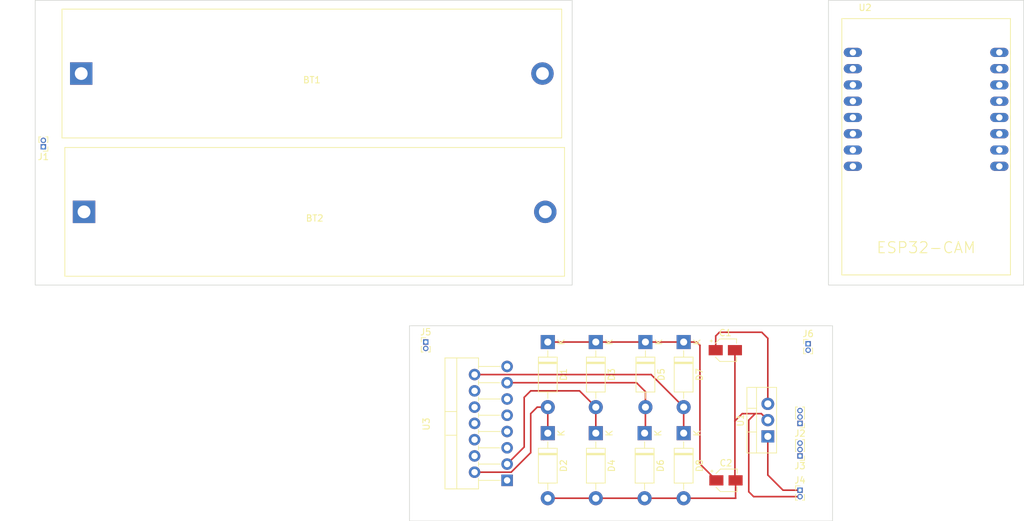
<source format=kicad_pcb>
(kicad_pcb (version 20211014) (generator pcbnew)
  (layers (0 "F.Cu" signal) (31 "B.Cu" signal) (34 "B.Paste" user) (35 "F.Paste" user) (36 "B.SilkS" user "B.Silkscreen") (37 "F.SilkS" user "F.Silkscreen") (38 "B.Mask" user) (39 "F.Mask" user) (44 "Edge.Cuts" user))
  (net 0 "")
  (net 1 "Net-(BT1-Pad1)")
  (net 2 "GND")
  (net 19 "Net-(D1-Pad1)")
  (net 20 "Net-(BT1-Pad2)")
  (net 21 "/OUT1")
  (net 22 "/OUT2")
  (net 23 "/OUT3")
  (net 24 "/OUT4")
  (net 25 "Net-(J2-Pad1)")
  (net 26 "Net-(J2-Pad2)")
  (net 27 "Net-(J2-Pad3)")
  (net 28 "Net-(J3-Pad1)")
  (net 29 "Net-(J3-Pad2)")
  (net 30 "Net-(J3-Pad3)")
  (net 31 "Net-(J1-Pad1)")
  (net 32 "/VDD")
  (net 33 "Net-(U1-Pad1)")
  (footprint "Battery:BatteryHolder_MPD_BH-18650-PC2" (layer "F.Cu") (at 57.345 57.15)
    (fp_text reference "BT1" (at 36 1) (layer "F.SilkS"))
    (fp_text value "Battery_Cell")
    (fp_line (start 75 10.05) (end -3 10.05) (layer "F.SilkS") (width 0.12))
    (fp_line (start -3 10.05) (end -3 -10.05) (layer "F.SilkS") (width 0.12))
    (fp_line (start -3 -10.05) (end 75 -10.05) (layer "F.SilkS") (width 0.12))
    (fp_line (start 75 -10.05) (end 75 10.05) (layer "F.SilkS") (width 0.12))
    (pad "" np_thru_hole circle (at 8.645 0) (size 3.2 3.2) (drill 3.2) (layers *.Cu *.Mask))
    (pad "" np_thru_hole circle (at 64.255 0) (size 3.2 3.2) (drill 3.2) (layers *.Cu *.Mask))
    (pad "1" thru_hole rect (at 0 0) (size 3.5 3.5) (drill 2) (layers *.Cu *.Mask) (net 1 "Net-(BT1-Pad1)"))
    (pad "2" thru_hole circle (at 72 0) (size 3.5 3.5) (drill 2) (layers *.Cu *.Mask) (net 20 "Net-(BT1-Pad2)"))
  )
  (footprint "Connector_PinHeader_1.00mm:PinHeader_1x02_P1.00mm_Vertical" (layer "F.Cu") (at 51.435 68.58 180)
    (fp_text reference "J1" (at 0 -1.56) (layer "F.SilkS"))
    (fp_text value "Conn_01x02_Male")
    (fp_line (start -0.695 0.685) (end -0.608276 0.685) (layer "F.SilkS") (width 0.12))
    (fp_line (start -0.695 1.56) (end -0.394493 1.56) (layer "F.SilkS") (width 0.12))
    (fp_line (start 0.394493 1.56) (end 0.695 1.56) (layer "F.SilkS") (width 0.12))
    (fp_line (start -0.695 0.685) (end -0.695 1.56) (layer "F.SilkS") (width 0.12))
    (fp_line (start 0.695 0.685) (end 0.695 1.56) (layer "F.SilkS") (width 0.12))
    (fp_line (start -0.695 -0.685) (end 0 -0.685) (layer "F.SilkS") (width 0.12))
    (fp_line (start 0.608276 0.685) (end 0.695 0.685) (layer "F.SilkS") (width 0.12))
    (fp_line (start -0.695 0) (end -0.695 -0.685) (layer "F.SilkS") (width 0.12))
    (pad "1" thru_hole rect (at 0 0 180) (size 0.85 0.85) (drill 0.5) (layers *.Cu *.Mask) (net 31 "Net-(J1-Pad1)"))
    (pad "2" thru_hole oval (at 0 1 180) (size 0.85 0.85) (drill 0.5) (layers *.Cu *.Mask) (net 1 "Net-(BT1-Pad1)"))
  )
  (footprint "Diode_THT:D_DO-41_SOD81_P10.16mm_Horizontal" (layer "F.Cu") (at 151.384 113.284 -90)
    (fp_text reference "D8" (at 5.08 -2.47 90) (layer "F.SilkS"))
    (fp_text value "1N4007")
    (fp_text user "K" (at 0 -2.1 90) (layer "F.SilkS"))
    (fp_line (start 7.8 1.47) (end 7.8 -1.47) (layer "F.SilkS") (width 0.12))
    (fp_line (start 7.8 -1.47) (end 2.36 -1.47) (layer "F.SilkS") (width 0.12))
    (fp_line (start 3.14 -1.47) (end 3.14 1.47) (layer "F.SilkS") (width 0.12))
    (fp_line (start 3.38 -1.47) (end 3.38 1.47) (layer "F.SilkS") (width 0.12))
    (fp_line (start 2.36 -1.47) (end 2.36 1.47) (layer "F.SilkS") (width 0.12))
    (fp_line (start 1.34 0) (end 2.36 0) (layer "F.SilkS") (width 0.12))
    (fp_line (start 3.26 -1.47) (end 3.26 1.47) (layer "F.SilkS") (width 0.12))
    (fp_line (start 2.36 1.47) (end 7.8 1.47) (layer "F.SilkS") (width 0.12))
    (fp_line (start 8.82 0) (end 7.8 0) (layer "F.SilkS") (width 0.12))
    (pad "1" thru_hole rect (at 0 0 270) (size 2.2 2.2) (drill 1.1) (layers *.Cu *.Mask) (net 24 "/OUT4"))
    (pad "2" thru_hole oval (at 10.16 0 270) (size 2.2 2.2) (drill 1.1) (layers *.Cu *.Mask) (net 2 "GND"))
  )
  (footprint "Diode_THT:D_DO-41_SOD81_P10.16mm_Horizontal" (layer "F.Cu") (at 145.415 99.06 -90)
    (fp_text reference "D5" (at 5.08 -2.47 90) (layer "F.SilkS"))
    (fp_text value "1N4007")
    (fp_text user "K" (at 0 -2.1 90) (layer "F.SilkS"))
    (fp_line (start 3.38 -1.47) (end 3.38 1.47) (layer "F.SilkS") (width 0.12))
    (fp_line (start 3.14 -1.47) (end 3.14 1.47) (layer "F.SilkS") (width 0.12))
    (fp_line (start 2.36 -1.47) (end 2.36 1.47) (layer "F.SilkS") (width 0.12))
    (fp_line (start 1.34 0) (end 2.36 0) (layer "F.SilkS") (width 0.12))
    (fp_line (start 3.26 -1.47) (end 3.26 1.47) (layer "F.SilkS") (width 0.12))
    (fp_line (start 7.8 -1.47) (end 2.36 -1.47) (layer "F.SilkS") (width 0.12))
    (fp_line (start 8.82 0) (end 7.8 0) (layer "F.SilkS") (width 0.12))
    (fp_line (start 7.8 1.47) (end 7.8 -1.47) (layer "F.SilkS") (width 0.12))
    (fp_line (start 2.36 1.47) (end 7.8 1.47) (layer "F.SilkS") (width 0.12))
    (pad "1" thru_hole rect (at 0 0 270) (size 2.2 2.2) (drill 1.1) (layers *.Cu *.Mask) (net 19 "Net-(D1-Pad1)"))
    (pad "2" thru_hole oval (at 10.16 0 270) (size 2.2 2.2) (drill 1.1) (layers *.Cu *.Mask) (net 23 "/OUT3"))
  )
  (footprint "Diode_THT:D_DO-41_SOD81_P10.16mm_Horizontal" (layer "F.Cu") (at 137.668 113.284 -90)
    (fp_text reference "D4" (at 5.08 -2.47 90) (layer "F.SilkS"))
    (fp_text value "1N4007")
    (fp_text user "K" (at 0 -2.1 90) (layer "F.SilkS"))
    (fp_line (start 2.36 -1.47) (end 2.36 1.47) (layer "F.SilkS") (width 0.12))
    (fp_line (start 7.8 1.47) (end 7.8 -1.47) (layer "F.SilkS") (width 0.12))
    (fp_line (start 8.82 0) (end 7.8 0) (layer "F.SilkS") (width 0.12))
    (fp_line (start 1.34 0) (end 2.36 0) (layer "F.SilkS") (width 0.12))
    (fp_line (start 3.14 -1.47) (end 3.14 1.47) (layer "F.SilkS") (width 0.12))
    (fp_line (start 3.26 -1.47) (end 3.26 1.47) (layer "F.SilkS") (width 0.12))
    (fp_line (start 7.8 -1.47) (end 2.36 -1.47) (layer "F.SilkS") (width 0.12))
    (fp_line (start 3.38 -1.47) (end 3.38 1.47) (layer "F.SilkS") (width 0.12))
    (fp_line (start 2.36 1.47) (end 7.8 1.47) (layer "F.SilkS") (width 0.12))
    (pad "1" thru_hole rect (at 0 0 270) (size 2.2 2.2) (drill 1.1) (layers *.Cu *.Mask) (net 22 "/OUT2"))
    (pad "2" thru_hole oval (at 10.16 0 270) (size 2.2 2.2) (drill 1.1) (layers *.Cu *.Mask) (net 2 "GND"))
  )
  (footprint "Capacitor_SMD:CP_Elec_3x5.3" (layer "F.Cu") (at 157.988 120.65)
    (fp_text reference "C2" (at 0 -2.7) (layer "F.SilkS"))
    (fp_text value "C_Polarized")
    (fp_line (start -2.1875 -1.6225) (end -2.1875 -1.2475) (layer "F.SilkS") (width 0.12))
    (fp_line (start 1.76 -1.76) (end 1.76 -1.06) (layer "F.SilkS") (width 0.12))
    (fp_line (start -1.570563 1.06) (end -0.870563 1.76) (layer "F.SilkS") (width 0.12))
    (fp_line (start -2.375 -1.435) (end -2 -1.435) (layer "F.SilkS") (width 0.12))
    (fp_line (start -0.870563 -1.76) (end 1.76 -1.76) (layer "F.SilkS") (width 0.12))
    (fp_line (start -1.570563 -1.06) (end -0.870563 -1.76) (layer "F.SilkS") (width 0.12))
    (fp_line (start -0.870563 1.76) (end 1.76 1.76) (layer "F.SilkS") (width 0.12))
    (fp_line (start 1.76 1.76) (end 1.76 1.06) (layer "F.SilkS") (width 0.12))
    (pad "1" smd rect (at -1.5 0) (size 2.2 1.6) (layers "F.Cu" "F.Paste" "F.Mask") (net 19 "Net-(D1-Pad1)"))
    (pad "2" smd rect (at 1.5 0) (size 2.2 1.6) (layers "F.Cu" "F.Paste" "F.Mask") (net 2 "GND"))
  )
  (footprint "Connector_PinHeader_1.00mm:PinHeader_1x03_P1.00mm_Vertical" (layer "F.Cu") (at 169.545 111.76 180)
    (fp_text reference "J2" (at 0 -1.56) (layer "F.SilkS"))
    (fp_text value "Conn_01x03_Male")
    (fp_line (start -0.695 0) (end -0.695 -0.685) (layer "F.SilkS") (width 0.12))
    (fp_line (start 0.608276 0.685) (end 0.695 0.685) (layer "F.SilkS") (width 0.12))
    (fp_line (start -0.695 -0.685) (end 0 -0.685) (layer "F.SilkS") (width 0.12))
    (fp_line (start 0.695 0.685) (end 0.695 2.56) (layer "F.SilkS") (width 0.12))
    (fp_line (start -0.695 0.685) (end -0.608276 0.685) (layer "F.SilkS") (width 0.12))
    (fp_line (start -0.695 2.56) (end -0.394493 2.56) (layer "F.SilkS") (width 0.12))
    (fp_line (start 0.394493 2.56) (end 0.695 2.56) (layer "F.SilkS") (width 0.12))
    (fp_line (start -0.695 0.685) (end -0.695 2.56) (layer "F.SilkS") (width 0.12))
    (pad "1" thru_hole rect (at 0 0 180) (size 0.85 0.85) (drill 0.5) (layers *.Cu *.Mask) (net 25 "Net-(J2-Pad1)"))
    (pad "2" thru_hole oval (at 0 1 180) (size 0.85 0.85) (drill 0.5) (layers *.Cu *.Mask) (net 26 "Net-(J2-Pad2)"))
    (pad "3" thru_hole oval (at 0 2 180) (size 0.85 0.85) (drill 0.5) (layers *.Cu *.Mask) (net 27 "Net-(J2-Pad3)"))
  )
  (footprint "ESP:ESP32-CAM" (layer "F.Cu") (at 189.23 64.008)
    (fp_text reference "U2" (at -9.525 -17.145) (layer "F.SilkS"))
    (fp_text value "ESP32-CAM")
    (fp_text user "ESP32-CAM" (at 0 20.32) (layer "F.SilkS") (effects (font (size 1.72 1.72))))
    (fp_line (start -13.16 24.57) (end -13.16 -15.43) (layer "F.SilkS") (width 0.127))
    (fp_line (start 13.16 -15.43) (end 13.16 24.57) (layer "F.SilkS") (width 0.127))
    (fp_line (start 13.16 24.57) (end -13.16 24.57) (layer "F.SilkS") (width 0.127))
    (fp_line (start -13.16 -15.43) (end 13.16 -15.43) (layer "F.SilkS") (width 0.127))
    (pad "1" thru_hole oval (at -11.43 -10.16) (size 2.8448 1.4224) (drill 1) (layers *.Cu *.Mask))
    (pad "2" thru_hole oval (at -11.43 -7.62) (size 2.8448 1.4224) (drill 1) (layers *.Cu *.Mask))
    (pad "3" thru_hole oval (at -11.43 -5.08) (size 2.8448 1.4224) (drill 1) (layers *.Cu *.Mask))
    (pad "4" thru_hole oval (at -11.43 -2.54) (size 2.8448 1.4224) (drill 1) (layers *.Cu *.Mask))
    (pad "5" thru_hole oval (at -11.43 0) (size 2.8448 1.4224) (drill 1) (layers *.Cu *.Mask))
    (pad "6" thru_hole oval (at -11.43 2.54) (size 2.8448 1.4224) (drill 1) (layers *.Cu *.Mask))
    (pad "7" thru_hole oval (at -11.43 5.08) (size 2.8448 1.4224) (drill 1) (layers *.Cu *.Mask))
    (pad "8" thru_hole oval (at -11.43 7.62) (size 2.8448 1.4224) (drill 1) (layers *.Cu *.Mask))
    (pad "9" thru_hole oval (at 11.43 7.62) (size 2.8448 1.4224) (drill 1) (layers *.Cu *.Mask))
    (pad "10" thru_hole oval (at 11.43 5.08) (size 2.8448 1.4224) (drill 1) (layers *.Cu *.Mask))
    (pad "11" thru_hole oval (at 11.43 2.54) (size 2.8448 1.4224) (drill 1) (layers *.Cu *.Mask))
    (pad "12" thru_hole oval (at 11.43 0) (size 2.8448 1.4224) (drill 1) (layers *.Cu *.Mask))
    (pad "13" thru_hole oval (at 11.43 -2.54) (size 2.8448 1.4224) (drill 1) (layers *.Cu *.Mask))
    (pad "14" thru_hole oval (at 11.43 -5.08) (size 2.8448 1.4224) (drill 1) (layers *.Cu *.Mask))
    (pad "15" thru_hole oval (at 11.43 -7.62) (size 2.8448 1.4224) (drill 1) (layers *.Cu *.Mask))
    (pad "16" thru_hole oval (at 11.43 -10.16) (size 2.8448 1.4224) (drill 1) (layers *.Cu *.Mask))
  )
  (footprint "Connector_PinHeader_1.00mm:PinHeader_1x02_P1.00mm_Vertical" (layer "F.Cu") (at 169.545 122.19)
    (fp_text reference "J4" (at 0 -1.56) (layer "F.SilkS"))
    (fp_text value "Conn_01x02_Male")
    (fp_line (start -0.695 1.56) (end -0.394493 1.56) (layer "F.SilkS") (width 0.12))
    (fp_line (start 0.608276 0.685) (end 0.695 0.685) (layer "F.SilkS") (width 0.12))
    (fp_line (start -0.695 0.685) (end -0.608276 0.685) (layer "F.SilkS") (width 0.12))
    (fp_line (start -0.695 -0.685) (end 0 -0.685) (layer "F.SilkS") (width 0.12))
    (fp_line (start 0.394493 1.56) (end 0.695 1.56) (layer "F.SilkS") (width 0.12))
    (fp_line (start -0.695 0.685) (end -0.695 1.56) (layer "F.SilkS") (width 0.12))
    (fp_line (start -0.695 0) (end -0.695 -0.685) (layer "F.SilkS") (width 0.12))
    (fp_line (start 0.695 0.685) (end 0.695 1.56) (layer "F.SilkS") (width 0.12))
    (pad "1" thru_hole rect (at 0 0) (size 0.85 0.85) (drill 0.5) (layers *.Cu *.Mask) (net 33 "Net-(U1-Pad1)"))
    (pad "2" thru_hole oval (at 0 1) (size 0.85 0.85) (drill 0.5) (layers *.Cu *.Mask) (net 2 "GND"))
  )
  (footprint "Diode_THT:D_DO-41_SOD81_P10.16mm_Horizontal" (layer "F.Cu") (at 137.668 99.06 -90)
    (fp_text reference "D3" (at 5.08 -2.47 90) (layer "F.SilkS"))
    (fp_text value "1N4007")
    (fp_text user "K" (at 0 -2.1 90) (layer "F.SilkS"))
    (fp_line (start 3.38 -1.47) (end 3.38 1.47) (layer "F.SilkS") (width 0.12))
    (fp_line (start 2.36 1.47) (end 7.8 1.47) (layer "F.SilkS") (width 0.12))
    (fp_line (start 3.26 -1.47) (end 3.26 1.47) (layer "F.SilkS") (width 0.12))
    (fp_line (start 8.82 0) (end 7.8 0) (layer "F.SilkS") (width 0.12))
    (fp_line (start 2.36 -1.47) (end 2.36 1.47) (layer "F.SilkS") (width 0.12))
    (fp_line (start 1.34 0) (end 2.36 0) (layer "F.SilkS") (width 0.12))
    (fp_line (start 7.8 1.47) (end 7.8 -1.47) (layer "F.SilkS") (width 0.12))
    (fp_line (start 7.8 -1.47) (end 2.36 -1.47) (layer "F.SilkS") (width 0.12))
    (fp_line (start 3.14 -1.47) (end 3.14 1.47) (layer "F.SilkS") (width 0.12))
    (pad "1" thru_hole rect (at 0 0 270) (size 2.2 2.2) (drill 1.1) (layers *.Cu *.Mask) (net 19 "Net-(D1-Pad1)"))
    (pad "2" thru_hole oval (at 10.16 0 270) (size 2.2 2.2) (drill 1.1) (layers *.Cu *.Mask) (net 22 "/OUT2"))
  )
  (footprint "Connector_PinHeader_1.00mm:PinHeader_1x02_P1.00mm_Vertical" (layer "F.Cu") (at 111.125 99.06)
    (fp_text reference "J5" (at 0 -1.56) (layer "F.SilkS"))
    (fp_text value "Conn_01x02_Male")
    (fp_line (start -0.695 1.56) (end -0.394493 1.56) (layer "F.SilkS") (width 0.12))
    (fp_line (start -0.695 0) (end -0.695 -0.685) (layer "F.SilkS") (width 0.12))
    (fp_line (start -0.695 0.685) (end -0.695 1.56) (layer "F.SilkS") (width 0.12))
    (fp_line (start -0.695 0.685) (end -0.608276 0.685) (layer "F.SilkS") (width 0.12))
    (fp_line (start 0.394493 1.56) (end 0.695 1.56) (layer "F.SilkS") (width 0.12))
    (fp_line (start -0.695 -0.685) (end 0 -0.685) (layer "F.SilkS") (width 0.12))
    (fp_line (start 0.695 0.685) (end 0.695 1.56) (layer "F.SilkS") (width 0.12))
    (fp_line (start 0.608276 0.685) (end 0.695 0.685) (layer "F.SilkS") (width 0.12))
    (pad "1" thru_hole rect (at 0 0) (size 0.85 0.85) (drill 0.5) (layers *.Cu *.Mask) (net 22 "/OUT2"))
    (pad "2" thru_hole oval (at 0 1) (size 0.85 0.85) (drill 0.5) (layers *.Cu *.Mask) (net 21 "/OUT1"))
  )
  (footprint "Connector_PinHeader_1.00mm:PinHeader_1x03_P1.00mm_Vertical" (layer "F.Cu") (at 169.545 116.84 180)
    (fp_text reference "J3" (at 0 -1.56) (layer "F.SilkS"))
    (fp_text value "Conn_01x03_Male")
    (fp_line (start -0.695 2.56) (end -0.394493 2.56) (layer "F.SilkS") (width 0.12))
    (fp_line (start 0.695 0.685) (end 0.695 2.56) (layer "F.SilkS") (width 0.12))
    (fp_line (start 0.394493 2.56) (end 0.695 2.56) (layer "F.SilkS") (width 0.12))
    (fp_line (start 0.608276 0.685) (end 0.695 0.685) (layer "F.SilkS") (width 0.12))
    (fp_line (start -0.695 -0.685) (end 0 -0.685) (layer "F.SilkS") (width 0.12))
    (fp_line (start -0.695 0) (end -0.695 -0.685) (layer "F.SilkS") (width 0.12))
    (fp_line (start -0.695 0.685) (end -0.695 2.56) (layer "F.SilkS") (width 0.12))
    (fp_line (start -0.695 0.685) (end -0.608276 0.685) (layer "F.SilkS") (width 0.12))
    (pad "1" thru_hole rect (at 0 0 180) (size 0.85 0.85) (drill 0.5) (layers *.Cu *.Mask) (net 28 "Net-(J3-Pad1)"))
    (pad "2" thru_hole oval (at 0 1 180) (size 0.85 0.85) (drill 0.5) (layers *.Cu *.Mask) (net 29 "Net-(J3-Pad2)"))
    (pad "3" thru_hole oval (at 0 2 180) (size 0.85 0.85) (drill 0.5) (layers *.Cu *.Mask) (net 30 "Net-(J3-Pad3)"))
  )
  (footprint "Battery:BatteryHolder_MPD_BH-18650-PC2" (layer "F.Cu") (at 57.785 78.74)
    (fp_text reference "BT2" (at 36 1) (layer "F.SilkS"))
    (fp_text value "Battery_Cell")
    (fp_line (start 75 10.05) (end -3 10.05) (layer "F.SilkS") (width 0.12))
    (fp_line (start -3 -10.05) (end 75 -10.05) (layer "F.SilkS") (width 0.12))
    (fp_line (start -3 10.05) (end -3 -10.05) (layer "F.SilkS") (width 0.12))
    (fp_line (start 75 -10.05) (end 75 10.05) (layer "F.SilkS") (width 0.12))
    (pad "" np_thru_hole circle (at 64.255 0) (size 3.2 3.2) (drill 3.2) (layers *.Cu *.Mask))
    (pad "" np_thru_hole circle (at 8.645 0) (size 3.2 3.2) (drill 3.2) (layers *.Cu *.Mask))
    (pad "1" thru_hole rect (at 0 0) (size 3.5 3.5) (drill 2) (layers *.Cu *.Mask) (net 20 "Net-(BT1-Pad2)"))
    (pad "2" thru_hole circle (at 72 0) (size 3.5 3.5) (drill 2) (layers *.Cu *.Mask) (net 31 "Net-(J1-Pad1)"))
  )
  (footprint "Capacitor_SMD:CP_Elec_3x5.3" (layer "F.Cu") (at 157.885 100.33)
    (fp_text reference "C1" (at 0 -2.7) (layer "F.SilkS"))
    (fp_text value "C_Polarized")
    (fp_line (start -1.570563 1.06) (end -0.870563 1.76) (layer "F.SilkS") (width 0.12))
    (fp_line (start 1.76 -1.76) (end 1.76 -1.06) (layer "F.SilkS") (width 0.12))
    (fp_line (start -2.375 -1.435) (end -2 -1.435) (layer "F.SilkS") (width 0.12))
    (fp_line (start -1.570563 -1.06) (end -0.870563 -1.76) (layer "F.SilkS") (width 0.12))
    (fp_line (start -2.1875 -1.6225) (end -2.1875 -1.2475) (layer "F.SilkS") (width 0.12))
    (fp_line (start 1.76 1.76) (end 1.76 1.06) (layer "F.SilkS") (width 0.12))
    (fp_line (start -0.870563 1.76) (end 1.76 1.76) (layer "F.SilkS") (width 0.12))
    (fp_line (start -0.870563 -1.76) (end 1.76 -1.76) (layer "F.SilkS") (width 0.12))
    (pad "1" smd rect (at -1.5 0) (size 2.2 1.6) (layers "F.Cu" "F.Paste" "F.Mask") (net 32 "/VDD"))
    (pad "2" smd rect (at 1.5 0) (size 2.2 1.6) (layers "F.Cu" "F.Paste" "F.Mask") (net 2 "GND"))
  )
  (footprint "Package_TO_SOT_THT:TO-220-3_Vertical" (layer "F.Cu") (at 164.521 113.792 90)
    (fp_text reference "U1" (at 2.54 -4.27 90) (layer "F.SilkS"))
    (fp_text value "LM7805_TO220")
    (fp_line (start -2.58 -3.27) (end 7.66 -3.27) (layer "F.SilkS") (width 0.12))
    (fp_line (start 0.69 -3.27) (end 0.69 -1.76) (layer "F.SilkS") (width 0.12))
    (fp_line (start 7.66 -3.27) (end 7.66 1.371) (layer "F.SilkS") (width 0.12))
    (fp_line (start -2.58 -3.27) (end -2.58 1.371) (layer "F.SilkS") (width 0.12))
    (fp_line (start -2.58 -1.76) (end 7.66 -1.76) (layer "F.SilkS") (width 0.12))
    (fp_line (start -2.58 1.371) (end 7.66 1.371) (layer "F.SilkS") (width 0.12))
    (fp_line (start 4.391 -3.27) (end 4.391 -1.76) (layer "F.SilkS") (width 0.12))
    (pad "1" thru_hole rect (at 0 0 90) (size 1.905 2) (drill 1.1) (layers *.Cu *.Mask) (net 33 "Net-(U1-Pad1)"))
    (pad "2" thru_hole oval (at 2.54 0 90) (size 1.905 2) (drill 1.1) (layers *.Cu *.Mask) (net 2 "GND"))
    (pad "3" thru_hole oval (at 5.08 0 90) (size 1.905 2) (drill 1.1) (layers *.Cu *.Mask) (net 32 "/VDD"))
  )
  (footprint "Connector_PinHeader_1.00mm:PinHeader_1x02_P1.00mm_Vertical" (layer "F.Cu") (at 170.815 99.33)
    (fp_text reference "J6" (at 0 -1.56) (layer "F.SilkS"))
    (fp_text value "Conn_01x02_Male")
    (fp_line (start 0.608276 0.685) (end 0.695 0.685) (layer "F.SilkS") (width 0.12))
    (fp_line (start -0.695 0.685) (end -0.695 1.56) (layer "F.SilkS") (width 0.12))
    (fp_line (start 0.394493 1.56) (end 0.695 1.56) (layer "F.SilkS") (width 0.12))
    (fp_line (start -0.695 0) (end -0.695 -0.685) (layer "F.SilkS") (width 0.12))
    (fp_line (start -0.695 0.685) (end -0.608276 0.685) (layer "F.SilkS") (width 0.12))
    (fp_line (start -0.695 1.56) (end -0.394493 1.56) (layer "F.SilkS") (width 0.12))
    (fp_line (start -0.695 -0.685) (end 0 -0.685) (layer "F.SilkS") (width 0.12))
    (fp_line (start 0.695 0.685) (end 0.695 1.56) (layer "F.SilkS") (width 0.12))
    (pad "1" thru_hole rect (at 0 0) (size 0.85 0.85) (drill 0.5) (layers *.Cu *.Mask) (net 24 "/OUT4"))
    (pad "2" thru_hole oval (at 0 1) (size 0.85 0.85) (drill 0.5) (layers *.Cu *.Mask) (net 23 "/OUT3"))
  )
  (footprint "Diode_THT:D_DO-41_SOD81_P10.16mm_Horizontal" (layer "F.Cu") (at 130.175 99.06 -90)
    (fp_text reference "D1" (at 5.08 -2.47 90) (layer "F.SilkS"))
    (fp_text value "1N4007")
    (fp_text user "K" (at 0 -2.1 90) (layer "F.SilkS"))
    (fp_line (start 3.38 -1.47) (end 3.38 1.47) (layer "F.SilkS") (width 0.12))
    (fp_line (start 7.8 1.47) (end 7.8 -1.47) (layer "F.SilkS") (width 0.12))
    (fp_line (start 2.36 1.47) (end 7.8 1.47) (layer "F.SilkS") (width 0.12))
    (fp_line (start 2.36 -1.47) (end 2.36 1.47) (layer "F.SilkS") (width 0.12))
    (fp_line (start 3.26 -1.47) (end 3.26 1.47) (layer "F.SilkS") (width 0.12))
    (fp_line (start 7.8 -1.47) (end 2.36 -1.47) (layer "F.SilkS") (width 0.12))
    (fp_line (start 1.34 0) (end 2.36 0) (layer "F.SilkS") (width 0.12))
    (fp_line (start 3.14 -1.47) (end 3.14 1.47) (layer "F.SilkS") (width 0.12))
    (fp_line (start 8.82 0) (end 7.8 0) (layer "F.SilkS") (width 0.12))
    (pad "1" thru_hole rect (at 0 0 270) (size 2.2 2.2) (drill 1.1) (layers *.Cu *.Mask) (net 19 "Net-(D1-Pad1)"))
    (pad "2" thru_hole oval (at 10.16 0 270) (size 2.2 2.2) (drill 1.1) (layers *.Cu *.Mask) (net 21 "/OUT1"))
  )
  (footprint "Diode_THT:D_DO-41_SOD81_P10.16mm_Horizontal" (layer "F.Cu") (at 145.288 113.284 -90)
    (fp_text reference "D6" (at 5.08 -2.47 90) (layer "F.SilkS"))
    (fp_text value "1N4007")
    (fp_text user "K" (at 0 -2.1 90) (layer "F.SilkS"))
    (fp_line (start 8.82 0) (end 7.8 0) (layer "F.SilkS") (width 0.12))
    (fp_line (start 2.36 1.47) (end 7.8 1.47) (layer "F.SilkS") (width 0.12))
    (fp_line (start 7.8 1.47) (end 7.8 -1.47) (layer "F.SilkS") (width 0.12))
    (fp_line (start 3.38 -1.47) (end 3.38 1.47) (layer "F.SilkS") (width 0.12))
    (fp_line (start 3.14 -1.47) (end 3.14 1.47) (layer "F.SilkS") (width 0.12))
    (fp_line (start 3.26 -1.47) (end 3.26 1.47) (layer "F.SilkS") (width 0.12))
    (fp_line (start 7.8 -1.47) (end 2.36 -1.47) (layer "F.SilkS") (width 0.12))
    (fp_line (start 2.36 -1.47) (end 2.36 1.47) (layer "F.SilkS") (width 0.12))
    (fp_line (start 1.34 0) (end 2.36 0) (layer "F.SilkS") (width 0.12))
    (pad "1" thru_hole rect (at 0 0 270) (size 2.2 2.2) (drill 1.1) (layers *.Cu *.Mask) (net 23 "/OUT3"))
    (pad "2" thru_hole oval (at 10.16 0 270) (size 2.2 2.2) (drill 1.1) (layers *.Cu *.Mask) (net 2 "GND"))
  )
  (footprint "Diode_THT:D_DO-41_SOD81_P10.16mm_Horizontal" (layer "F.Cu") (at 130.175 113.284 -90)
    (fp_text reference "D2" (at 5.08 -2.47 90) (layer "F.SilkS"))
    (fp_text value "1N4007")
    (fp_text user "K" (at 0 -2.1 90) (layer "F.SilkS"))
    (fp_line (start 2.36 -1.47) (end 2.36 1.47) (layer "F.SilkS") (width 0.12))
    (fp_line (start 2.36 1.47) (end 7.8 1.47) (layer "F.SilkS") (width 0.12))
    (fp_line (start 1.34 0) (end 2.36 0) (layer "F.SilkS") (width 0.12))
    (fp_line (start 3.14 -1.47) (end 3.14 1.47) (layer "F.SilkS") (width 0.12))
    (fp_line (start 8.82 0) (end 7.8 0) (layer "F.SilkS") (width 0.12))
    (fp_line (start 3.38 -1.47) (end 3.38 1.47) (layer "F.SilkS") (width 0.12))
    (fp_line (start 7.8 -1.47) (end 2.36 -1.47) (layer "F.SilkS") (width 0.12))
    (fp_line (start 3.26 -1.47) (end 3.26 1.47) (layer "F.SilkS") (width 0.12))
    (fp_line (start 7.8 1.47) (end 7.8 -1.47) (layer "F.SilkS") (width 0.12))
    (pad "1" thru_hole rect (at 0 0 270) (size 2.2 2.2) (drill 1.1) (layers *.Cu *.Mask) (net 21 "/OUT1"))
    (pad "2" thru_hole oval (at 10.16 0 270) (size 2.2 2.2) (drill 1.1) (layers *.Cu *.Mask) (net 2 "GND"))
  )
  (footprint "Diode_THT:D_DO-41_SOD81_P10.16mm_Horizontal" (layer "F.Cu") (at 151.384 99.06 -90)
    (fp_text reference "D7" (at 5.08 -2.47 90) (layer "F.SilkS"))
    (fp_text value "1N4007")
    (fp_text user "K" (at 0 -2.1 90) (layer "F.SilkS"))
    (fp_line (start 7.8 1.47) (end 7.8 -1.47) (layer "F.SilkS") (width 0.12))
    (fp_line (start 3.26 -1.47) (end 3.26 1.47) (layer "F.SilkS") (width 0.12))
    (fp_line (start 2.36 1.47) (end 7.8 1.47) (layer "F.SilkS") (width 0.12))
    (fp_line (start 3.14 -1.47) (end 3.14 1.47) (layer "F.SilkS") (width 0.12))
    (fp_line (start 8.82 0) (end 7.8 0) (layer "F.SilkS") (width 0.12))
    (fp_line (start 7.8 -1.47) (end 2.36 -1.47) (layer "F.SilkS") (width 0.12))
    (fp_line (start 3.38 -1.47) (end 3.38 1.47) (layer "F.SilkS") (width 0.12))
    (fp_line (start 2.36 -1.47) (end 2.36 1.47) (layer "F.SilkS") (width 0.12))
    (fp_line (start 1.34 0) (end 2.36 0) (layer "F.SilkS") (width 0.12))
    (pad "1" thru_hole rect (at 0 0 270) (size 2.2 2.2) (drill 1.1) (layers *.Cu *.Mask) (net 19 "Net-(D1-Pad1)"))
    (pad "2" thru_hole oval (at 10.16 0 270) (size 2.2 2.2) (drill 1.1) (layers *.Cu *.Mask) (net 24 "/OUT4"))
  )
  (footprint "L298:L298N" (layer "F.Cu") (at 120.7686 111.8648 90)
    (fp_text reference "U3" (at 0 -9.5504 90 unlocked) (layer "F.SilkS"))
    (fp_text value "L298HN")
    (fp_line (start 3.9148 -1.4026) (end 3.9148 1.9914) (layer "F.SilkS") (width 0.12))
    (fp_line (start -6.2452 -1.4026) (end -6.2452 1.9914) (layer "F.SilkS") (width 0.12))
    (fp_line (start -8.7852 -1.4026) (end -8.7852 2.0064) (layer "F.SilkS") (width 0.12))
    (fp_line (start 8.9948 -1.4026) (end 8.9948 1.9914) (layer "F.SilkS") (width 0.12))
    (fp_line (start 3.5698 -1.4026) (end 4.2608 -1.4026) (layer "F.SilkS") (width 0.12))
    (fp_line (start -4.0502 -1.4026) (end -3.3592 -1.4026) (layer "F.SilkS") (width 0.12))
    (fp_line (start -10.1152 -4.8036) (end 10.3248 -4.8036) (layer "F.SilkS") (width 0.12))
    (fp_line (start 10.3248 -6.6436) (end 10.3248 -1.4026) (layer "F.SilkS") (width 0.12))
    (fp_line (start -1.5102 -1.4026) (end -0.8192 -1.4026) (layer "F.SilkS") (width 0.12))
    (fp_line (start 6.4548 -1.4026) (end 6.4548 1.9914) (layer "F.SilkS") (width 0.12))
    (fp_line (start -6.5902 -1.4026) (end -5.8992 -1.4026) (layer "F.SilkS") (width 0.12))
    (fp_line (start -3.7052 -1.4026) (end -3.7052 1.9914) (layer "F.SilkS") (width 0.12))
    (fp_line (start 6.1098 -1.4026) (end 6.8008 -1.4026) (layer "F.SilkS") (width 0.12))
    (fp_line (start -10.1152 -6.6436) (end 10.3248 -6.6436) (layer "F.SilkS") (width 0.12))
    (fp_line (start 8.6498 -1.4026) (end 10.3248 -1.4026) (layer "F.SilkS") (width 0.12))
    (fp_line (start 1.9548 -6.6436) (end 1.9548 -4.8036) (layer "F.SilkS") (width 0.12))
    (fp_line (start 1.3748 -1.4026) (end 1.3748 1.9914) (layer "F.SilkS") (width 0.12))
    (fp_line (start 1.0298 -1.4026) (end 1.7208 -1.4026) (layer "F.SilkS") (width 0.12))
    (fp_line (start -10.1152 -1.4026) (end -8.4392 -1.4026) (layer "F.SilkS") (width 0.12))
    (fp_line (start -1.7442 -6.6436) (end -1.7442 -4.8036) (layer "F.SilkS") (width 0.12))
    (fp_line (start -10.1152 -6.6436) (end -10.1152 -1.4026) (layer "F.SilkS") (width 0.12))
    (fp_line (start -1.1652 -1.4026) (end -1.1652 1.9914) (layer "F.SilkS") (width 0.12))
    (pad "1" thru_hole rect (at -8.7852 3.0564 90) (size 1.8 1.8) (drill 1) (layers *.Cu *.Mask) (net 2 "GND"))
    (pad "2" thru_hole oval (at -7.5152 -2.0236 90) (size 1.8 1.8) (drill 1) (layers *.Cu *.Mask) (net 21 "/OUT1"))
    (pad "3" thru_hole oval (at -6.2452 3.0564 90) (size 1.8 1.8) (drill 1) (layers *.Cu *.Mask) (net 22 "/OUT2"))
    (pad "4" thru_hole oval (at -4.9752 -2.0236 90) (size 1.8 1.8) (drill 1) (layers *.Cu *.Mask) (net 19 "Net-(D1-Pad1)"))
    (pad "5" thru_hole oval (at -3.7052 3.0564 90) (size 1.8 1.8) (drill 1) (layers *.Cu *.Mask) (net 25 "Net-(J2-Pad1)"))
    (pad "6" thru_hole oval (at -2.4352 -2.0236 90) (size 1.8 1.8) (drill 1) (layers *.Cu *.Mask) (net 27 "Net-(J2-Pad3)"))
    (pad "7" thru_hole oval (at -1.1652 3.0564 90) (size 1.8 1.8) (drill 1) (layers *.Cu *.Mask) (net 26 "Net-(J2-Pad2)"))
    (pad "8" thru_hole oval (at 0.1048 -2.0236 90) (size 1.8 1.8) (drill 1) (layers *.Cu *.Mask) (net 2 "GND"))
    (pad "9" thru_hole oval (at 1.3748 3.0564 90) (size 1.8 1.8) (drill 1) (layers *.Cu *.Mask) (net 32 "/VDD"))
    (pad "10" thru_hole oval (at 2.6448 -2.0236 90) (size 1.8 1.8) (drill 1) (layers *.Cu *.Mask) (net 28 "Net-(J3-Pad1)"))
    (pad "11" thru_hole oval (at 3.9148 3.0564 90) (size 1.8 1.8) (drill 1) (layers *.Cu *.Mask) (net 30 "Net-(J3-Pad3)"))
    (pad "12" thru_hole oval (at 5.1848 -2.0236 90) (size 1.8 1.8) (drill 1) (layers *.Cu *.Mask) (net 29 "Net-(J3-Pad2)"))
    (pad "13" thru_hole oval (at 6.4548 3.0564 90) (size 1.8 1.8) (drill 1) (layers *.Cu *.Mask) (net 23 "/OUT3"))
    (pad "14" thru_hole oval (at 7.7248 -2.0236 90) (size 1.8 1.8) (drill 1) (layers *.Cu *.Mask) (net 24 "/OUT4"))
    (pad "15" thru_hole oval (at 8.9948 3.0564 90) (size 1.8 1.8) (drill 1) (layers *.Cu *.Mask) (net 2 "GND"))
  )
  (gr_rect (start 50.165 45.72) (end 133.985 90.17) (layer "Edge.Cuts") (width 0.1) (fill none))
  (gr_rect (start 173.99 45.72) (end 204.47 90.17) (layer "Edge.Cuts") (width 0.1) (fill none))
  (gr_rect (start 108.585 96.52) (end 174.625 127) (layer "Edge.Cuts") (width 0.1) (fill none))
  (segment (start 159.385 120.547) (end 159.488 120.65) (width 0.25) (layer "F.Cu") (net 2))
  (segment (start 159.488 123.42) (end 159.488 120.65) (width 0.25) (layer "F.Cu") (net 2))
  (segment (start 145.288 123.444) (end 151.384 123.444) (width 0.25) (layer "F.Cu") (net 2))
  (segment (start 161.544 111.252) (end 162.56 110.236) (width 0.25) (layer "F.Cu") (net 2))
  (segment (start 160.528 110.236) (end 159.385 111.379) (width 0.25) (layer "F.Cu") (net 2))
  (segment (start 159.385 100.33) (end 159.385 111.379) (width 0.25) (layer "F.Cu") (net 2))
  (segment (start 159.385 111.379) (end 159.385 120.547) (width 0.25) (layer "F.Cu") (net 2))
  (segment (start 159.512 123.444) (end 159.488 123.42) (width 0.25) (layer "F.Cu") (net 2))
  (segment (start 130.175 123.444) (end 137.668 123.444) (width 0.25) (layer "F.Cu") (net 2))
  (segment (start 162.306 123.19) (end 161.544 122.428) (width 0.25) (layer "F.Cu") (net 2))
  (segment (start 151.384 123.444) (end 159.512 123.444) (width 0.25) (layer "F.Cu") (net 2))
  (segment (start 169.545 123.19) (end 162.306 123.19) (width 0.25) (layer "F.Cu") (net 2))
  (segment (start 161.544 122.428) (end 161.544 111.252) (width 0.25) (layer "F.Cu") (net 2))
  (segment (start 137.668 123.444) (end 145.288 123.444) (width 0.25) (layer "F.Cu") (net 2))
  (segment (start 164.521 111.252) (end 163.505 110.236) (width 0.25) (layer "F.Cu") (net 2))
  (segment (start 163.505 110.236) (end 160.528 110.236) (width 0.25) (layer "F.Cu") (net 2))
  (segment (start 145.415 99.06) (end 151.384 99.06) (width 0.25) (layer "F.Cu") (net 19))
  (segment (start 153.924 99.568) (end 153.924 118.086) (width 0.25) (layer "F.Cu") (net 19))
  (segment (start 130.175 99.06) (end 137.668 99.06) (width 0.25) (layer "F.Cu") (net 19))
  (segment (start 153.416 99.06) (end 153.924 99.568) (width 0.25) (layer "F.Cu") (net 19))
  (segment (start 137.668 99.06) (end 145.415 99.06) (width 0.25) (layer "F.Cu") (net 19))
  (segment (start 153.924 118.086) (end 156.488 120.65) (width 0.25) (layer "F.Cu") (net 19))
  (segment (start 151.384 99.06) (end 153.416 99.06) (width 0.25) (layer "F.Cu") (net 19))
  (segment (start 128.524 109.22) (end 130.175 109.22) (width 0.25) (layer "F.Cu") (net 21))
  (segment (start 124.46 119.38) (end 127.508 116.332) (width 0.25) (layer "F.Cu") (net 21))
  (segment (start 129.54 114.3) (end 129.54 113.03) (width 0.25) (layer "F.Cu") (net 21))
  (segment (start 127.508 116.332) (end 127.508 110.236) (width 0.25) (layer "F.Cu") (net 21))
  (segment (start 130.175 109.22) (end 130.175 113.284) (width 0.25) (layer "F.Cu") (net 21))
  (segment (start 130.175 113.665) (end 130.175 113.284) (width 0.25) (layer "F.Cu") (net 21))
  (segment (start 127.508 110.236) (end 128.524 109.22) (width 0.25) (layer "F.Cu") (net 21))
  (segment (start 118.745 119.38) (end 124.46 119.38) (width 0.25) (layer "F.Cu") (net 21))
  (segment (start 137.668 109.22) (end 137.668 113.284) (width 0.25) (layer "F.Cu") (net 22))
  (segment (start 135.128 106.68) (end 137.668 109.22) (width 0.25) (layer "F.Cu") (net 22))
  (segment (start 126.492 115.443) (end 126.492 107.696) (width 0.25) (layer "F.Cu") (net 22))
  (segment (start 127.508 106.68) (end 135.128 106.68) (width 0.25) (layer "F.Cu") (net 22))
  (segment (start 126.492 107.696) (end 127.508 106.68) (width 0.25) (layer "F.Cu") (net 22))
  (segment (start 123.825 118.11) (end 126.492 115.443) (width 0.25) (layer "F.Cu") (net 22))
  (segment (start 145.288 109.347) (end 145.415 109.22) (width 0.25) (layer "F.Cu") (net 23))
  (segment (start 145.415 109.22) (end 145.415 106.807) (width 0.25) (layer "F.Cu") (net 23))
  (segment (start 144.018 105.41) (end 123.825 105.41) (width 0.25) (layer "F.Cu") (net 23))
  (segment (start 145.415 113.157) (end 145.288 113.284) (width 0.25) (layer "F.Cu") (net 23))
  (segment (start 145.415 109.22) (end 145.415 113.157) (width 0.25) (layer "F.Cu") (net 23))
  (segment (start 145.415 106.807) (end 144.018 105.41) (width 0.25) (layer "F.Cu") (net 23))
  (segment (start 146.304 104.14) (end 151.384 109.22) (width 0.25) (layer "F.Cu") (net 24))
  (segment (start 118.745 104.14) (end 146.304 104.14) (width 0.25) (layer "F.Cu") (net 24))
  (segment (start 151.384 109.22) (end 151.384 113.284) (width 0.25) (layer "F.Cu") (net 24))
  (segment (start 164.521 98.481) (end 164.521 108.712) (width 0.25) (layer "F.Cu") (net 32))
  (segment (start 156.385 98.123) (end 156.972 97.536) (width 0.25) (layer "F.Cu") (net 32))
  (segment (start 156.972 97.536) (end 163.576 97.536) (width 0.25) (layer "F.Cu") (net 32))
  (segment (start 163.576 97.536) (end 164.521 98.481) (width 0.25) (layer "F.Cu") (net 32))
  (segment (start 156.385 100.33) (end 156.385 98.123) (width 0.25) (layer "F.Cu") (net 32))
  (segment (start 166.894 122.19) (end 169.545 122.19) (width 0.25) (layer "F.Cu") (net 33))
  (segment (start 164.521 113.792) (end 164.521 119.817) (width 0.25) (layer "F.Cu") (net 33))
  (segment (start 164.521 119.817) (end 166.894 122.19) (width 0.25) (layer "F.Cu") (net 33))
)
</source>
